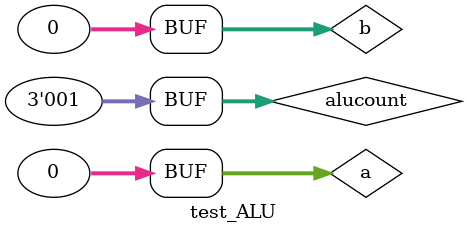
<source format=sv>
`timescale 1ns / 1ps


module test_ALU();
    logic [31:0] a;
    logic [31:0] b;
    logic [31:0] result;
    logic [2:0] alucount;
    logic zero;
    logic correct;
    
    ALU ALU(a, b, alucount, result, zero);
    initial begin
        correct = 1;
        //case 1:add 0, 0
        a = 0;b = 0;alucount = 2;
        #10
        correct = ((zero == 1) & (result == 0));
        
        //case2: add 0 + (-1)
        a = 0; b = 32'hffffffff; alucount = 2;
        #10
        correct = ((zero == 0) & (result == 32'hffffffff));
        
        //case 3:add 1 + (-1)
        a = 1; b = 32'hffffffff; alucount = 2;
        #10
        correct = ((zero == 1) & (result == 0));
        
        //case 4:add FF, 1
        a = 32'h000000ff; b = 1; alucount = 2;
        #10
        correct = ((zero == 0) & (result == 32'h00000100));
        
        //case 5:sub 0, 0
        a = 32'h00000000; b = 32'h000000000; alucount = 6;
        #10
        correct = ((zero == 1) & (result == 0));
        
        //case 6:sub 0, -1
        a = 32'h00000000;b = 32'hffffffff; alucount = 6;
        #10
        correct = ((zero == 0) & (result == 1));
        
        //case7: sub 1, 1
        a = 32'h00000001; b = 32'h00000001; alucount = 6;
        #10
        correct = ((zero == 1) & (result == 0));
        
        //case 8:sub 0x100, 1
        a = 32'h00000100; b = 32'h00000001; alucount = 6;
        #10
        correct = ((zero == 0) & (result == 32'h000000ff));
        
        //case 9:slt 0, 0
        a = 32'h00000000;b = 32'h00000000; alucount = 7;
        #10
        correct = ((zero == 1) & (result == 0));
        
        //case 10:slt 0, 1
        a = 32'h00000000; b = 32'h00000001; alucount = 7;
        #10
        correct = ((zero == 0) & (result == 1));
        
        //case 11:slt 0, -1
        a = 32'h00000000; b = 32'hffffffff; alucount = 7;
        #10
        correct = ((zero == 1) & (result == 0));
        
        //case 12:slt 1, 0
        a = 32'h00000001; b = 32'h00000000; alucount = 7;
        #10
        correct = ((zero == 1) & (result == 0));
        
        //case 13:slt -1, 0
        a = 32'hffffffff; b = 32'h00000000; alucount = 7;
        #10
        correct = ((zero == 0) & (result == 1));
        
        //case 14:and -1, -1
        a = 32'hffffffff; b = 32'hffffffff; alucount = 0;
        #10
        correct = ((zero == 0) & (result == 32'hffffffff));
        
        //case 15:and 0xffffffff, 0x12345678
        a = 32'hffffffff; b = 32'h12345678; alucount = 0;
        #10
        correct = ((zero == 0) & (result == 32'h12345678));
        
        //case 16: and 0x12345678, 0x87654321
        a = 32'h12345678; b= 32'h87654321; alucount = 0;
        #10
        correct = ((zero == 0) & (result == 32'h02244220));
        
        //case 17: and 0, 0xffffffff
        a = 32'h00000000; b = 32'hffffffff; alucount = 0;
        #10
        correct = ((zero == 1) & (result == 0));
        
        //case 18: or -1, -1
        a = 32'hffffffff; b = 32'hffffffff; alucount = 1;
        #10
        correct = ((zero == 0) & (result == 32'hffffffff));
        
        //case 19:or 0x12345678, 0x87654321
        a = 32'h12345678; b = 32'h87654321; alucount = 1;
        #10
        correct = ((zero == 0) & (result == 32'h97755779));
        
        //case 20:or 0, -1
        a = 0; b = 32'hffffffff; alucount = 1;
        #10
        correct = ((zero == 0) & (result == 32'hffffffff));
        
        //case 21:or 0, 0
        a = 0; b = 0; alucount = 1;
        #10
        correct = ((zero == 1) & (result == 0));
        end
        
endmodule

</source>
